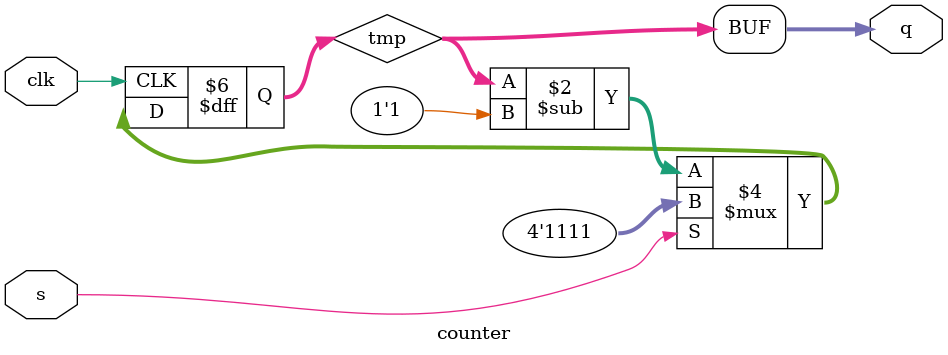
<source format=sv>
        module counter (clk, s, q);
        input bit       clk, s;
        output bit [3:0] q;
        bit    [3:0] tmp;
        always_ff @(posedge clk)
        begin
           if (s)
              tmp <= 4'b1111;
           else
              tmp <= tmp - 1'b1;
        end
           assign q = tmp;
        endmodule
</source>
